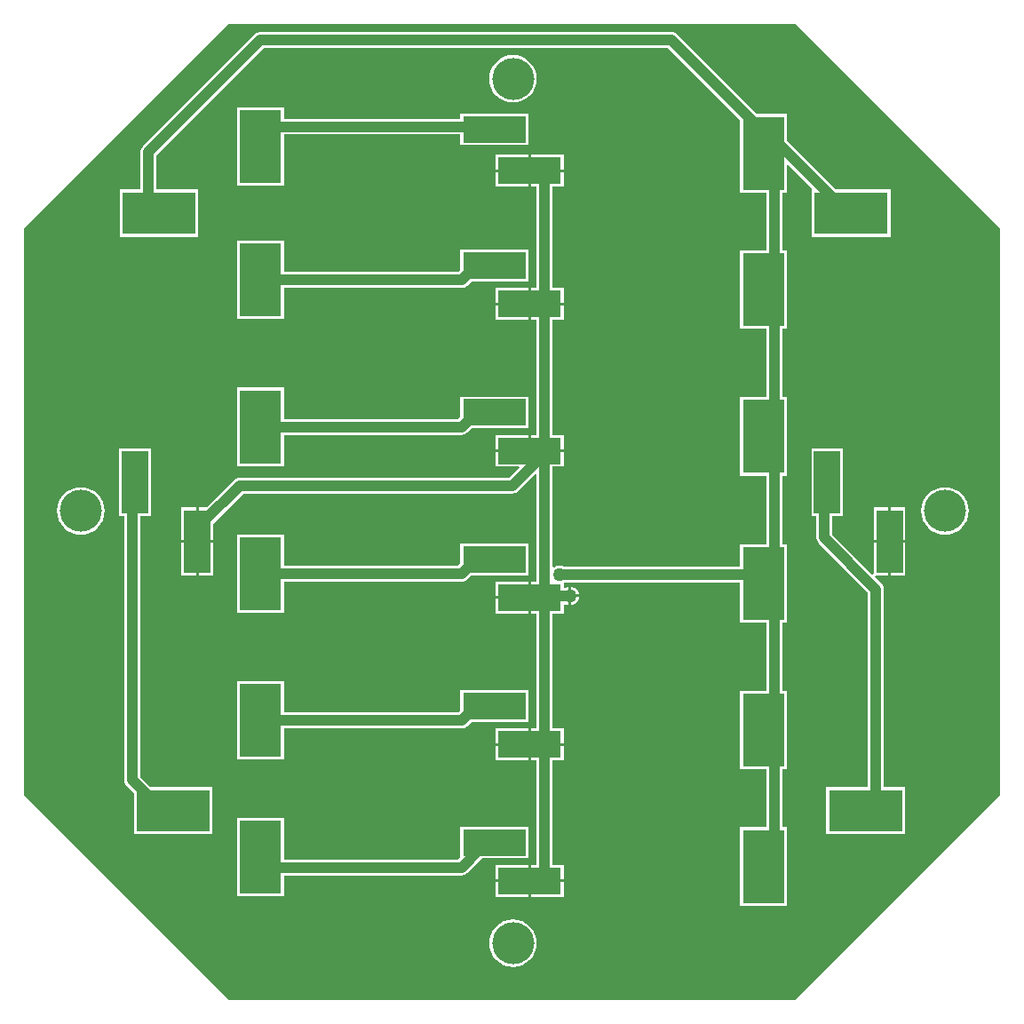
<source format=gtl>
%FSLAX44Y44*%
%MOMM*%
G71*
G01*
G75*
G04 Layer_Physical_Order=1*
G04 Layer_Color=255*
%ADD10R,2.5000X6.0000*%
%ADD11R,6.9850X4.0000*%
%ADD12R,6.0000X2.5000*%
%ADD13R,4.0000X6.9850*%
%ADD14C,1.0000*%
%ADD15C,0.2540*%
%ADD16C,4.0000*%
%ADD17C,1.2700*%
G36*
X935000Y740000D02*
Y200000D01*
X740000Y5000D01*
X200000D01*
X5000Y200000D01*
Y740000D01*
X200000Y935000D01*
X740000D01*
X935000Y740000D01*
D02*
G37*
%LPC*%
G36*
X485510Y386970D02*
X454240D01*
Y373200D01*
X485510D01*
Y386970D01*
D02*
G37*
G36*
X252780Y448565D02*
X207700D01*
Y373635D01*
X252780D01*
Y403495D01*
X421780D01*
X423748Y403754D01*
X424286Y403977D01*
X425583Y404514D01*
X427158Y405722D01*
X431155Y409720D01*
X485760D01*
Y439800D01*
X420680D01*
Y420755D01*
X418630Y418705D01*
X252780D01*
Y448565D01*
D02*
G37*
G36*
Y308565D02*
X207700D01*
Y233635D01*
X252780D01*
Y263495D01*
X421780D01*
X423748Y263754D01*
X424286Y263977D01*
X425583Y264514D01*
X427158Y265722D01*
X431155Y269720D01*
X485760D01*
Y299800D01*
X420680D01*
Y280755D01*
X418630Y278705D01*
X252780D01*
Y308565D01*
D02*
G37*
G36*
X485510Y263280D02*
X454240D01*
Y249510D01*
X485510D01*
Y263280D01*
D02*
G37*
G36*
X533800Y388730D02*
X526270D01*
Y381200D01*
X527321Y381339D01*
X529483Y382235D01*
X531340Y383660D01*
X532765Y385517D01*
X533661Y387679D01*
X533800Y388730D01*
D02*
G37*
G36*
X168490Y440510D02*
X154720D01*
Y409240D01*
X168490D01*
Y440510D01*
D02*
G37*
G36*
X184800D02*
X171030D01*
Y409240D01*
X184800D01*
Y440510D01*
D02*
G37*
G36*
X485510Y403280D02*
X454240D01*
Y389510D01*
X485510D01*
Y403280D01*
D02*
G37*
G36*
X526270Y398800D02*
Y391270D01*
X533800D01*
X533661Y392321D01*
X532765Y394483D01*
X531340Y396340D01*
X529483Y397765D01*
X527321Y398661D01*
X526270Y398800D01*
D02*
G37*
G36*
X519320Y116970D02*
X488050D01*
Y103200D01*
X519320D01*
Y116970D01*
D02*
G37*
G36*
X252780Y178565D02*
X207700D01*
Y103635D01*
X252780D01*
Y123495D01*
X421780D01*
X423748Y123754D01*
X424286Y123977D01*
X425583Y124514D01*
X427158Y125722D01*
X441155Y139720D01*
X485760D01*
Y169800D01*
X420680D01*
Y140755D01*
X418630Y138705D01*
X252780D01*
Y178565D01*
D02*
G37*
G36*
X470709Y81529D02*
X466291Y81094D01*
X462042Y79805D01*
X458126Y77712D01*
X454694Y74895D01*
X451878Y71463D01*
X449785Y67547D01*
X448496Y63299D01*
X448060Y58880D01*
X448496Y54461D01*
X449785Y50213D01*
X451878Y46297D01*
X454694Y42865D01*
X458126Y40048D01*
X462042Y37955D01*
X466291Y36666D01*
X470709Y36231D01*
X475128Y36666D01*
X479377Y37955D01*
X483293Y40048D01*
X486725Y42865D01*
X489542Y46297D01*
X491635Y50213D01*
X492923Y54461D01*
X493359Y58880D01*
X492923Y63299D01*
X491635Y67547D01*
X489542Y71463D01*
X486725Y74895D01*
X483293Y77712D01*
X479377Y79805D01*
X475128Y81094D01*
X470709Y81529D01*
D02*
G37*
G36*
X485510Y116970D02*
X454240D01*
Y103200D01*
X485510D01*
Y116970D01*
D02*
G37*
G36*
Y133280D02*
X454240D01*
Y119510D01*
X485510D01*
Y133280D01*
D02*
G37*
G36*
X785280Y530760D02*
X755200D01*
Y465680D01*
X760095D01*
Y445300D01*
X760354Y443332D01*
X760577Y442794D01*
X761114Y441497D01*
X762322Y439922D01*
X809295Y392950D01*
Y207780D01*
X769435D01*
Y162700D01*
X844365D01*
Y207780D01*
X824505D01*
Y396100D01*
X824246Y398068D01*
X824023Y398606D01*
X823486Y399903D01*
X822278Y401478D01*
X815688Y408067D01*
X816174Y409240D01*
X828490D01*
Y440510D01*
X814720D01*
Y410695D01*
X813547Y410209D01*
X775305Y448450D01*
Y465680D01*
X785280D01*
Y530760D01*
D02*
G37*
G36*
X485510Y246970D02*
X454240D01*
Y233200D01*
X485510D01*
Y246970D01*
D02*
G37*
G36*
X519320D02*
X488050D01*
Y233200D01*
X493485D01*
Y133280D01*
X488050D01*
Y119510D01*
X519320D01*
Y133280D01*
X508695D01*
Y233200D01*
X519320D01*
Y246970D01*
D02*
G37*
G36*
X125280Y530760D02*
X95200D01*
Y465680D01*
X100095D01*
Y214280D01*
X100354Y212312D01*
X100577Y211775D01*
X101114Y210478D01*
X102322Y208902D01*
X109435Y201790D01*
Y162700D01*
X184365D01*
Y207780D01*
X124955D01*
X115305Y217430D01*
Y465680D01*
X125280D01*
Y530760D01*
D02*
G37*
G36*
X519320Y793970D02*
X488050D01*
Y780200D01*
X493485D01*
Y683280D01*
X488050D01*
Y669510D01*
X519320D01*
Y683280D01*
X508695D01*
Y780200D01*
X519320D01*
Y793970D01*
D02*
G37*
G36*
X621820Y927605D02*
X230000D01*
X228032Y927346D01*
X226957Y926901D01*
X226197Y926586D01*
X224622Y925378D01*
X117722Y818478D01*
X116514Y816903D01*
X115977Y815606D01*
X115754Y815068D01*
X115495Y813100D01*
Y777300D01*
X95635D01*
Y732220D01*
X170565D01*
Y777300D01*
X130705D01*
Y809950D01*
X233150Y912395D01*
X618670D01*
X687220Y843845D01*
Y774435D01*
X712315D01*
Y719365D01*
X687220D01*
Y644435D01*
X712315D01*
Y579365D01*
X687220D01*
Y504435D01*
X712315D01*
Y439365D01*
X687220D01*
Y417605D01*
X519692D01*
X519483Y417765D01*
X517321Y418661D01*
X515000Y418967D01*
X512679Y418661D01*
X510517Y417765D01*
X509834Y417242D01*
X508695Y417803D01*
Y513200D01*
X519320D01*
Y526970D01*
X454240D01*
Y513200D01*
X476175D01*
X476661Y512027D01*
X467240Y502605D01*
X210280D01*
X208312Y502346D01*
X207237Y501901D01*
X206478Y501586D01*
X204902Y500378D01*
X178845Y474320D01*
X171030D01*
Y443050D01*
X184800D01*
Y458765D01*
X213430Y487395D01*
X470390D01*
X472358Y487654D01*
X472896Y487877D01*
X474193Y488414D01*
X475768Y489622D01*
X492312Y506166D01*
X493485Y505680D01*
Y403280D01*
X488050D01*
Y388240D01*
Y373200D01*
X493485D01*
Y263280D01*
X488050D01*
Y249510D01*
X519320D01*
Y263280D01*
X508695D01*
Y373200D01*
X519320D01*
Y381717D01*
X520459Y382279D01*
X520517Y382235D01*
X522679Y381339D01*
X523730Y381200D01*
Y390000D01*
Y398800D01*
X522679Y398661D01*
X520517Y397765D01*
X520459Y397721D01*
X519320Y398283D01*
Y402167D01*
X519483Y402235D01*
X519692Y402395D01*
X687220D01*
Y364435D01*
X712315D01*
Y299365D01*
X687220D01*
Y224435D01*
X712315D01*
Y169365D01*
X687220D01*
Y94435D01*
X732300D01*
Y169365D01*
X727525D01*
Y224435D01*
X732300D01*
Y299365D01*
X727525D01*
Y364435D01*
X732300D01*
Y439365D01*
X727525D01*
Y504435D01*
X732300D01*
Y579365D01*
X727525D01*
Y644435D01*
X732300D01*
Y719365D01*
X727525D01*
Y774435D01*
X732300D01*
Y800285D01*
X733473Y800771D01*
X756019Y778226D01*
X755635Y777300D01*
X755635D01*
X755635Y777300D01*
Y732220D01*
X830565D01*
Y777300D01*
X778455D01*
X732300Y823455D01*
Y849365D01*
X703210D01*
X627198Y925378D01*
X625622Y926586D01*
X624326Y927123D01*
X623788Y927346D01*
X621820Y927605D01*
D02*
G37*
G36*
X252780Y728565D02*
X207700D01*
Y653635D01*
X252780D01*
Y683495D01*
X421780D01*
X423748Y683754D01*
X424286Y683977D01*
X425583Y684514D01*
X427158Y685722D01*
X431155Y689720D01*
X485760D01*
Y719800D01*
X420680D01*
Y700755D01*
X418630Y698705D01*
X252780D01*
Y728565D01*
D02*
G37*
G36*
X485510Y683280D02*
X454240D01*
Y669510D01*
X485510D01*
Y683280D01*
D02*
G37*
G36*
Y793970D02*
X454240D01*
Y780200D01*
X485510D01*
Y793970D01*
D02*
G37*
G36*
X252780Y855565D02*
X207700D01*
Y780635D01*
X252780D01*
Y829695D01*
X420680D01*
Y819720D01*
X485760D01*
Y849800D01*
X420680D01*
Y844905D01*
X252780D01*
Y855565D01*
D02*
G37*
G36*
X470709Y905529D02*
X466291Y905094D01*
X462042Y903805D01*
X458126Y901712D01*
X454694Y898895D01*
X451878Y895463D01*
X449785Y891547D01*
X448496Y887299D01*
X448060Y882880D01*
X448496Y878461D01*
X449785Y874212D01*
X451878Y870297D01*
X454694Y866865D01*
X458126Y864048D01*
X462042Y861955D01*
X466291Y860666D01*
X470709Y860231D01*
X475128Y860666D01*
X479377Y861955D01*
X483293Y864048D01*
X486725Y866865D01*
X489542Y870297D01*
X491635Y874212D01*
X492923Y878461D01*
X493359Y882880D01*
X492923Y887299D01*
X491635Y891547D01*
X489542Y895463D01*
X486725Y898895D01*
X483293Y901712D01*
X479377Y903805D01*
X475128Y905094D01*
X470709Y905529D01*
D02*
G37*
G36*
X485510Y810280D02*
X454240D01*
Y796510D01*
X485510D01*
Y810280D01*
D02*
G37*
G36*
X519320D02*
X488050D01*
Y796510D01*
X519320D01*
Y810280D01*
D02*
G37*
G36*
X485510Y666970D02*
X454240D01*
Y653200D01*
X485510D01*
Y666970D01*
D02*
G37*
G36*
X828490Y474320D02*
X814720D01*
Y443050D01*
X828490D01*
Y474320D01*
D02*
G37*
G36*
X844800D02*
X831030D01*
Y443050D01*
X844800D01*
Y474320D01*
D02*
G37*
G36*
Y440510D02*
X831030D01*
Y409240D01*
X844800D01*
Y440510D01*
D02*
G37*
G36*
X168490Y474320D02*
X154720D01*
Y443050D01*
X168490D01*
Y474320D01*
D02*
G37*
G36*
X58710Y493529D02*
X54291Y493094D01*
X50042Y491805D01*
X46126Y489712D01*
X42694Y486895D01*
X39878Y483463D01*
X37785Y479547D01*
X36496Y475299D01*
X36061Y470880D01*
X36496Y466461D01*
X37785Y462212D01*
X39878Y458297D01*
X42694Y454865D01*
X46126Y452048D01*
X50042Y449955D01*
X54291Y448666D01*
X58710Y448231D01*
X63128Y448666D01*
X67377Y449955D01*
X71293Y452048D01*
X74725Y454865D01*
X77542Y458297D01*
X79635Y462212D01*
X80923Y466461D01*
X81359Y470880D01*
X80923Y475299D01*
X79635Y479547D01*
X77542Y483463D01*
X74725Y486895D01*
X71293Y489712D01*
X67377Y491805D01*
X63128Y493094D01*
X58710Y493529D01*
D02*
G37*
G36*
X485510Y543280D02*
X454240D01*
Y529510D01*
X485510D01*
Y543280D01*
D02*
G37*
G36*
X519320Y666970D02*
X488050D01*
Y653200D01*
X493485D01*
Y543280D01*
X488050D01*
Y529510D01*
X519320D01*
Y543280D01*
X508695D01*
Y653200D01*
X519320D01*
Y666970D01*
D02*
G37*
G36*
X882710Y493529D02*
X878291Y493094D01*
X874042Y491805D01*
X870126Y489712D01*
X866694Y486895D01*
X863877Y483463D01*
X861785Y479547D01*
X860496Y475299D01*
X860061Y470880D01*
X860496Y466461D01*
X861785Y462212D01*
X863877Y458297D01*
X866694Y454865D01*
X870126Y452048D01*
X874042Y449955D01*
X878291Y448666D01*
X882710Y448231D01*
X887128Y448666D01*
X891377Y449955D01*
X895293Y452048D01*
X898725Y454865D01*
X901542Y458297D01*
X903634Y462212D01*
X904923Y466461D01*
X905359Y470880D01*
X904923Y475299D01*
X903634Y479547D01*
X901542Y483463D01*
X898725Y486895D01*
X895293Y489712D01*
X891377Y491805D01*
X887128Y493094D01*
X882710Y493529D01*
D02*
G37*
G36*
X252780Y588565D02*
X207700D01*
Y513635D01*
X252780D01*
Y543495D01*
X421780D01*
X423748Y543754D01*
X424286Y543977D01*
X425583Y544514D01*
X427158Y545722D01*
X431155Y549720D01*
X485760D01*
Y579800D01*
X420680D01*
Y560755D01*
X418630Y558705D01*
X252780D01*
Y588565D01*
D02*
G37*
%LPD*%
D10*
X169760Y441780D02*
D03*
X110240Y498220D02*
D03*
X829760Y441780D02*
D03*
X770240Y498220D02*
D03*
D11*
X146900Y185240D02*
D03*
X133100Y754760D02*
D03*
X806900Y185240D02*
D03*
X793100Y754760D02*
D03*
D12*
X486780Y795240D02*
D03*
Y668240D02*
D03*
Y528240D02*
D03*
Y388240D02*
D03*
Y248240D02*
D03*
Y118240D02*
D03*
X453220Y154760D02*
D03*
Y284760D02*
D03*
Y424760D02*
D03*
Y564760D02*
D03*
Y704760D02*
D03*
Y834760D02*
D03*
D13*
X230240Y818100D02*
D03*
Y691100D02*
D03*
Y551100D02*
D03*
Y411100D02*
D03*
Y271100D02*
D03*
Y141100D02*
D03*
X709760Y131900D02*
D03*
Y261900D02*
D03*
Y401900D02*
D03*
Y541900D02*
D03*
Y681900D02*
D03*
Y811900D02*
D03*
D14*
X621820Y920000D02*
X719920Y821900D01*
X230000Y920000D02*
X621820D01*
X123100Y813100D02*
X230000Y920000D01*
X123100Y764920D02*
Y813100D01*
X719920Y681900D02*
Y821900D01*
Y541900D02*
Y681900D01*
Y401900D02*
Y541900D01*
Y261900D02*
Y401900D01*
Y121900D02*
Y261900D01*
X421780Y131100D02*
X437980Y147300D01*
X220080Y131100D02*
X421780D01*
Y271100D02*
X437980Y287300D01*
X220080Y271100D02*
X421780D01*
Y411100D02*
X437980Y427300D01*
X220080Y411100D02*
X421780D01*
Y551100D02*
X437980Y567300D01*
X220080Y551100D02*
X421780D01*
Y691100D02*
X437980Y707300D01*
X220080Y691100D02*
X421780D01*
X210280Y495000D02*
X470390D01*
X501090Y525700D01*
X175000Y459720D02*
X210280Y495000D01*
X505390Y390000D02*
X525000D01*
X501090Y385700D02*
X505390Y390000D01*
X501090Y115000D02*
Y385700D01*
Y525700D01*
X515000Y410000D02*
X711820D01*
X719920Y401900D01*
Y821900D02*
X723100D01*
X780080Y764920D01*
X793100D01*
X220080Y831100D02*
X226280Y837300D01*
X437980D01*
X107700Y214280D02*
X146900Y175080D01*
X107700Y214280D02*
Y482980D01*
X501090Y525700D02*
Y789070D01*
X502020Y790000D01*
X767700Y445300D02*
Y482980D01*
Y445300D02*
X816900Y396100D01*
Y175080D02*
Y396100D01*
D15*
X172300Y457020D02*
X175000Y459720D01*
D16*
X58710Y470880D02*
D03*
X470709Y882880D02*
D03*
X882710Y470880D02*
D03*
X470709Y58880D02*
D03*
D17*
X525000Y390000D02*
D03*
X515000Y410000D02*
D03*
M02*

</source>
